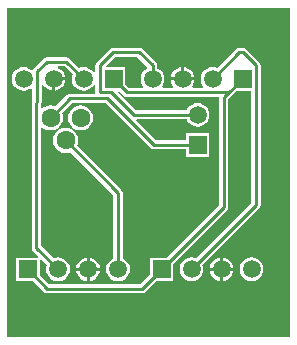
<source format=gbl>
G04 Layer_Physical_Order=2*
G04 Layer_Color=16711680*
%FSLAX25Y25*%
%MOIN*%
G70*
G01*
G75*
%ADD14C,0.01000*%
%ADD15C,0.06299*%
%ADD16C,0.05906*%
%ADD17R,0.05906X0.05906*%
%ADD18R,0.05906X0.05906*%
G36*
X470971Y101529D02*
X376529D01*
Y210971D01*
X470971D01*
Y101529D01*
D02*
G37*
%LPC*%
G36*
X455100Y197929D02*
X453900D01*
X453315Y197813D01*
X452819Y197481D01*
X446496Y191159D01*
X446032Y191351D01*
X445000Y191487D01*
X443968Y191351D01*
X443007Y190953D01*
X442181Y190319D01*
X441547Y189493D01*
X441149Y188532D01*
X441013Y187500D01*
X441149Y186468D01*
X441547Y185507D01*
X441913Y185029D01*
X441667Y184529D01*
X438333D01*
X438087Y185029D01*
X438453Y185507D01*
X438851Y186468D01*
X438921Y187000D01*
X435000D01*
X431079D01*
X431149Y186468D01*
X431547Y185507D01*
X431913Y185029D01*
X431667Y184529D01*
X428333D01*
X428087Y185029D01*
X428453Y185507D01*
X428851Y186468D01*
X428987Y187500D01*
X428851Y188532D01*
X428453Y189493D01*
X427819Y190319D01*
X426993Y190953D01*
X426529Y191145D01*
Y192000D01*
X426413Y192585D01*
X426081Y193081D01*
X421681Y197481D01*
X421185Y197813D01*
X420600Y197929D01*
X411900D01*
X411315Y197813D01*
X410819Y197481D01*
X406419Y193081D01*
X406087Y192585D01*
X405971Y192000D01*
Y189550D01*
X405471Y189450D01*
X405453Y189493D01*
X404819Y190319D01*
X403993Y190953D01*
X403032Y191351D01*
X402000Y191487D01*
X400968Y191351D01*
X400504Y191159D01*
X397381Y194281D01*
X396885Y194613D01*
X396300Y194729D01*
X389700D01*
X389115Y194613D01*
X388619Y194281D01*
X385419Y191081D01*
X385147Y190675D01*
X384746Y190540D01*
X384563Y190515D01*
X383993Y190953D01*
X383032Y191351D01*
X382000Y191487D01*
X380968Y191351D01*
X380007Y190953D01*
X379181Y190319D01*
X378547Y189493D01*
X378149Y188532D01*
X378013Y187500D01*
X378149Y186468D01*
X378547Y185507D01*
X379181Y184681D01*
X380007Y184047D01*
X380968Y183649D01*
X382000Y183513D01*
X383032Y183649D01*
X383993Y184047D01*
X384471Y184413D01*
X384971Y184167D01*
Y180310D01*
X384887Y180185D01*
X384771Y179600D01*
Y131200D01*
X384887Y130615D01*
X385219Y130119D01*
X386922Y128415D01*
X386731Y127953D01*
X379547D01*
Y120047D01*
X385290D01*
X388819Y116519D01*
X389315Y116187D01*
X389900Y116071D01*
X421600D01*
X422185Y116187D01*
X422681Y116519D01*
X426210Y120047D01*
X431953D01*
Y125790D01*
X449881Y143719D01*
X450213Y144215D01*
X450329Y144800D01*
Y180666D01*
X453210Y183547D01*
X457971D01*
Y146133D01*
X439496Y127659D01*
X439032Y127851D01*
X438000Y127987D01*
X436968Y127851D01*
X436007Y127453D01*
X435181Y126819D01*
X434547Y125993D01*
X434149Y125032D01*
X434013Y124000D01*
X434149Y122968D01*
X434547Y122007D01*
X435181Y121181D01*
X436007Y120547D01*
X436968Y120149D01*
X438000Y120013D01*
X439032Y120149D01*
X439993Y120547D01*
X440819Y121181D01*
X441453Y122007D01*
X441851Y122968D01*
X441987Y124000D01*
X441851Y125032D01*
X441659Y125496D01*
X460581Y144419D01*
X460913Y144915D01*
X461029Y145500D01*
Y192000D01*
X460913Y192585D01*
X460581Y193081D01*
X456181Y197481D01*
X455685Y197813D01*
X455100Y197929D01*
D02*
G37*
G36*
X435500Y191421D02*
Y188000D01*
X438921D01*
X438851Y188532D01*
X438453Y189493D01*
X437819Y190319D01*
X436993Y190953D01*
X436032Y191351D01*
X435500Y191421D01*
D02*
G37*
G36*
X434500D02*
X433968Y191351D01*
X433007Y190953D01*
X432181Y190319D01*
X431547Y189493D01*
X431149Y188532D01*
X431079Y188000D01*
X434500D01*
Y191421D01*
D02*
G37*
G36*
X448500Y127921D02*
Y124500D01*
X451921D01*
X451851Y125032D01*
X451453Y125993D01*
X450819Y126819D01*
X449993Y127453D01*
X449032Y127851D01*
X448500Y127921D01*
D02*
G37*
G36*
X447500D02*
X446968Y127851D01*
X446007Y127453D01*
X445181Y126819D01*
X444547Y125993D01*
X444149Y125032D01*
X444079Y124500D01*
X447500D01*
Y127921D01*
D02*
G37*
G36*
X451921Y123500D02*
X448500D01*
Y120079D01*
X449032Y120149D01*
X449993Y120547D01*
X450819Y121181D01*
X451453Y122007D01*
X451851Y122968D01*
X451921Y123500D01*
D02*
G37*
G36*
X447500D02*
X444079D01*
X444149Y122968D01*
X444547Y122007D01*
X445181Y121181D01*
X446007Y120547D01*
X446968Y120149D01*
X447500Y120079D01*
Y123500D01*
D02*
G37*
G36*
X458000Y127987D02*
X456968Y127851D01*
X456007Y127453D01*
X455181Y126819D01*
X454547Y125993D01*
X454149Y125032D01*
X454013Y124000D01*
X454149Y122968D01*
X454547Y122007D01*
X455181Y121181D01*
X456007Y120547D01*
X456968Y120149D01*
X458000Y120013D01*
X459032Y120149D01*
X459993Y120547D01*
X460819Y121181D01*
X461453Y122007D01*
X461851Y122968D01*
X461987Y124000D01*
X461851Y125032D01*
X461453Y125993D01*
X460819Y126819D01*
X459993Y127453D01*
X459032Y127851D01*
X458000Y127987D01*
D02*
G37*
%LPD*%
G36*
X423245Y191593D02*
X423135Y191006D01*
X423007Y190953D01*
X422181Y190319D01*
X421547Y189493D01*
X421149Y188532D01*
X421013Y187500D01*
X421149Y186468D01*
X421547Y185507D01*
X421913Y185029D01*
X421667Y184529D01*
X417134D01*
X415953Y185710D01*
Y191453D01*
X409769D01*
X409578Y191915D01*
X412534Y194871D01*
X419967D01*
X423245Y191593D01*
D02*
G37*
G36*
X398341Y188996D02*
X398149Y188532D01*
X398013Y187500D01*
X398149Y186468D01*
X398547Y185507D01*
X399181Y184681D01*
X400007Y184047D01*
X400968Y183649D01*
X402000Y183513D01*
X403032Y183649D01*
X403993Y184047D01*
X404819Y184681D01*
X405453Y185507D01*
X405471Y185550D01*
X405971Y185450D01*
Y183047D01*
X405987Y182963D01*
X405670Y182577D01*
X397547D01*
X396962Y182460D01*
X396466Y182129D01*
X392647Y178310D01*
X392083Y178543D01*
X391000Y178685D01*
X389917Y178543D01*
X388907Y178125D01*
X388329Y177681D01*
X387829Y177928D01*
Y179090D01*
X387913Y179215D01*
X388029Y179800D01*
Y185450D01*
X388529Y185550D01*
X388547Y185507D01*
X389181Y184681D01*
X390007Y184047D01*
X390968Y183649D01*
X391500Y183579D01*
Y187500D01*
X392000D01*
Y188000D01*
X395921D01*
X395851Y188532D01*
X395453Y189493D01*
X394819Y190319D01*
X393993Y190953D01*
X393467Y191171D01*
X393567Y191671D01*
X395667D01*
X398341Y188996D01*
D02*
G37*
G36*
X415419Y181919D02*
X415915Y181587D01*
X416500Y181471D01*
X447131D01*
X447271Y181300D01*
Y145433D01*
X429790Y127953D01*
X424047D01*
Y122210D01*
X420966Y119129D01*
X390533D01*
X387453Y122210D01*
Y127231D01*
X387915Y127422D01*
X389841Y125496D01*
X389649Y125032D01*
X389513Y124000D01*
X389649Y122968D01*
X390047Y122007D01*
X390681Y121181D01*
X391507Y120547D01*
X392468Y120149D01*
X393500Y120013D01*
X394532Y120149D01*
X395493Y120547D01*
X396319Y121181D01*
X396953Y122007D01*
X397351Y122968D01*
X397487Y124000D01*
X397351Y125032D01*
X396953Y125993D01*
X396319Y126819D01*
X395493Y127453D01*
X394532Y127851D01*
X393500Y127987D01*
X392468Y127851D01*
X392004Y127659D01*
X387829Y131834D01*
Y171072D01*
X388329Y171319D01*
X388907Y170875D01*
X389917Y170457D01*
X391000Y170315D01*
X392083Y170457D01*
X393093Y170875D01*
X393959Y171540D01*
X394625Y172407D01*
X395043Y173417D01*
X395185Y174500D01*
X395043Y175583D01*
X394810Y176147D01*
X398181Y179518D01*
X409319D01*
X424419Y164419D01*
X424915Y164087D01*
X425500Y163971D01*
X436047D01*
Y161547D01*
X443953D01*
Y169453D01*
X436047D01*
Y167029D01*
X426133D01*
X419654Y173509D01*
X419846Y173971D01*
X436355D01*
X436547Y173507D01*
X437181Y172681D01*
X438007Y172047D01*
X438968Y171649D01*
X440000Y171513D01*
X441032Y171649D01*
X441993Y172047D01*
X442819Y172681D01*
X443453Y173507D01*
X443851Y174468D01*
X443987Y175500D01*
X443851Y176532D01*
X443453Y177493D01*
X442819Y178319D01*
X441993Y178953D01*
X441032Y179351D01*
X440000Y179487D01*
X438968Y179351D01*
X438007Y178953D01*
X437181Y178319D01*
X436547Y177493D01*
X436355Y177029D01*
X419334D01*
X413518Y182845D01*
X413696Y183374D01*
X413931Y183406D01*
X415419Y181919D01*
D02*
G37*
%LPC*%
G36*
X395921Y187000D02*
X392500D01*
Y183579D01*
X393032Y183649D01*
X393993Y184047D01*
X394819Y184681D01*
X395453Y185507D01*
X395851Y186468D01*
X395921Y187000D01*
D02*
G37*
G36*
X401000Y178685D02*
X399917Y178543D01*
X398907Y178125D01*
X398041Y177460D01*
X397375Y176593D01*
X396957Y175583D01*
X396815Y174500D01*
X396957Y173417D01*
X397375Y172407D01*
X398041Y171540D01*
X398907Y170875D01*
X399917Y170457D01*
X401000Y170315D01*
X402083Y170457D01*
X403093Y170875D01*
X403960Y171540D01*
X404625Y172407D01*
X405043Y173417D01*
X405185Y174500D01*
X405043Y175583D01*
X404625Y176593D01*
X403960Y177460D01*
X403093Y178125D01*
X402083Y178543D01*
X401000Y178685D01*
D02*
G37*
G36*
X404000Y127921D02*
Y124500D01*
X407421D01*
X407351Y125032D01*
X406953Y125993D01*
X406319Y126819D01*
X405493Y127453D01*
X404532Y127851D01*
X404000Y127921D01*
D02*
G37*
G36*
X403000D02*
X402468Y127851D01*
X401507Y127453D01*
X400681Y126819D01*
X400047Y125993D01*
X399649Y125032D01*
X399579Y124500D01*
X403000D01*
Y127921D01*
D02*
G37*
G36*
X407421Y123500D02*
X404000D01*
Y120079D01*
X404532Y120149D01*
X405493Y120547D01*
X406319Y121181D01*
X406953Y122007D01*
X407351Y122968D01*
X407421Y123500D01*
D02*
G37*
G36*
X403000D02*
X399579D01*
X399649Y122968D01*
X400047Y122007D01*
X400681Y121181D01*
X401507Y120547D01*
X402468Y120149D01*
X403000Y120079D01*
Y123500D01*
D02*
G37*
G36*
X396000Y171185D02*
X394917Y171043D01*
X393907Y170625D01*
X393040Y169959D01*
X392375Y169093D01*
X391957Y168083D01*
X391815Y167000D01*
X391957Y165917D01*
X392375Y164907D01*
X393040Y164041D01*
X393907Y163375D01*
X394917Y162957D01*
X396000Y162815D01*
X397083Y162957D01*
X397647Y163190D01*
X411971Y148866D01*
Y127645D01*
X411507Y127453D01*
X410681Y126819D01*
X410047Y125993D01*
X409649Y125032D01*
X409513Y124000D01*
X409649Y122968D01*
X410047Y122007D01*
X410681Y121181D01*
X411507Y120547D01*
X412468Y120149D01*
X413500Y120013D01*
X414532Y120149D01*
X415493Y120547D01*
X416319Y121181D01*
X416953Y122007D01*
X417351Y122968D01*
X417487Y124000D01*
X417351Y125032D01*
X416953Y125993D01*
X416319Y126819D01*
X415493Y127453D01*
X415029Y127645D01*
Y149500D01*
X414913Y150085D01*
X414581Y150581D01*
X399810Y165353D01*
X400043Y165917D01*
X400185Y167000D01*
X400043Y168083D01*
X399625Y169093D01*
X398959Y169959D01*
X398093Y170625D01*
X397083Y171043D01*
X396000Y171185D01*
D02*
G37*
%LPD*%
D14*
X448800Y181300D02*
X450500Y183000D01*
X386300Y131200D02*
X393500Y124000D01*
X386300Y131200D02*
Y179600D01*
X386500Y179800D01*
Y190000D01*
X389700Y193200D01*
X396300D01*
X402000Y187500D01*
X445000D02*
X453900Y196400D01*
X455100D01*
X459500Y192000D01*
Y145500D02*
Y192000D01*
X438000Y124000D02*
X459500Y145500D01*
X383500Y124000D02*
X389900Y117600D01*
X421600D01*
X428000Y124000D01*
X448800Y144800D01*
Y181300D01*
X412000Y187500D02*
X416500Y183000D01*
X450500D01*
X455000Y187500D01*
X391000Y174500D02*
X397547Y181047D01*
X409953D01*
X425500Y165500D01*
X440000D01*
X413500Y124000D02*
Y149500D01*
X396000Y167000D02*
X413500Y149500D01*
X425000Y187500D02*
Y192000D01*
X420600Y196400D02*
X425000Y192000D01*
X411900Y196400D02*
X420600D01*
X407500Y192000D02*
X411900Y196400D01*
X407500Y183047D02*
Y192000D01*
Y183047D02*
X411153D01*
X418700Y175500D01*
X440000D01*
D15*
X391000Y174500D02*
D03*
X396000Y167000D02*
D03*
X401000Y174500D02*
D03*
D16*
X440000Y175500D02*
D03*
X458000Y124000D02*
D03*
X448000D02*
D03*
X438000D02*
D03*
X382000Y187500D02*
D03*
X392000D02*
D03*
X402000D02*
D03*
X413500Y124000D02*
D03*
X403500D02*
D03*
X393500D02*
D03*
X425000Y187500D02*
D03*
X435000D02*
D03*
X445000D02*
D03*
D17*
X440000Y165500D02*
D03*
D18*
X428000Y124000D02*
D03*
X412000Y187500D02*
D03*
X383500Y124000D02*
D03*
X455000Y187500D02*
D03*
M02*

</source>
